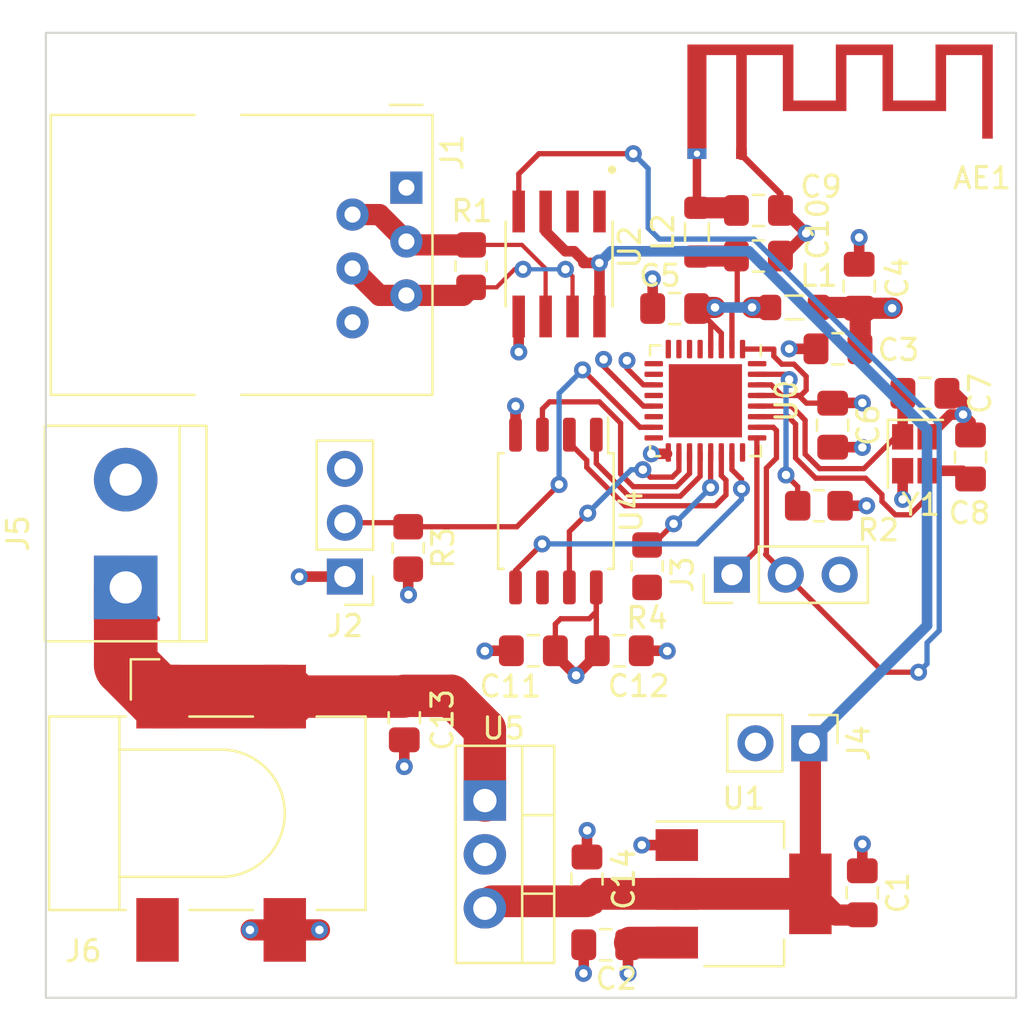
<source format=kicad_pcb>
(kicad_pcb (version 20201220) (generator pcbnew)
  (layers (0 "F.Cu" signal) (1 "In1.Cu" power) (2 "In2.Cu" power) (31 "B.Cu" signal) (34 "B.Paste" user) (35 "F.Paste" user) (36 "B.SilkS" user "B.Silkscreen") (37 "F.SilkS" user "F.Silkscreen") (38 "B.Mask" user) (39 "F.Mask" user) (44 "Edge.Cuts" user))
  (net 0 "")
  (net 1 "GND")
  (net 2 "Net-(AE1-Pad2)")
  (net 3 "+3V3")
  (net 4 "+5V")
  (net 5 "MCU_VDD3P3")
  (net 6 "OSC_IN")
  (net 7 "OSC_OUT")
  (net 8 "ANTENNA")
  (net 9 "no_connect_32")
  (net 10 "no_connect_33")
  (net 11 "GPIO0")
  (net 12 "no_connect_34")
  (net 13 "no_connect_35")
  (net 14 "no_connect_36")
  (net 15 "+24V")
  (net 16 "Net-(R4-Pad1)")
  (net 17 "RS485+")
  (net 18 "RS485-")
  (net 19 "ROM_CLK")
  (net 20 "Net-(R2-Pad1)")
  (net 21 "MCU_TX")
  (net 22 "no_connect_23")
  (net 23 "MCU_RX")
  (net 24 "no_connect_24")
  (net 25 "ROM_DI")
  (net 26 "ROM_DO")
  (net 27 "ROM_CS")
  (net 28 "ROM_WP")
  (net 29 "ROM_RST")
  (net 30 "no_connect_30")
  (net 31 "no_connect_31")
  (net 32 "no_connect_25")
  (net 33 "no_connect_26")
  (net 34 "no_connect_27")
  (net 35 "no_connect_28")
  (net 36 "no_connect_29")
  (footprint "RF_Antenna:Texas_SWRA117D_2.4GHz_Right" (layer "F.Cu") (at 123.45 78.2)
    (fp_text reference "AE1")
    (fp_text value "Antenna_Loop")
  )
  (footprint "Capacitor_SMD:C_0805_2012Metric_Pad1.18x1.45mm_HandSolder" (layer "F.Cu") (at 129 84.45 90)
    (fp_text reference "C4")
    (fp_text value "0.1uF")
  )
  (footprint "Capacitor_SMD:C_0805_2012Metric_Pad1.18x1.45mm_HandSolder" (layer "F.Cu") (at 116.165 112.4 90)
    (fp_text reference "C14")
    (fp_text value "0.1uF")
  )
  (footprint "Capacitor_SMD:C_0805_2012Metric_Pad1.18x1.45mm_HandSolder" (layer "F.Cu") (at 117.686827 101.636827)
    (fp_text reference "C12")
    (fp_text value "100nF")
  )
  (footprint "Connector_PinHeader_2.54mm:PinHeader_1x03_P2.54mm_Vertical" (layer "F.Cu") (at 104.75 98.14 180)
    (fp_text reference "J2")
    (fp_text value "Conn_01x03_Male")
  )
  (footprint "Capacitor_SMD:C_0805_2012Metric_Pad1.18x1.45mm_HandSolder" (layer "F.Cu") (at 134.25 92.5 90)
    (fp_text reference "C8")
    (fp_text value "10pF")
  )
  (footprint "Capacitor_SMD:C_0805_2012Metric_Pad1.18x1.45mm_HandSolder" (layer "F.Cu") (at 128 87.4 180)
    (fp_text reference "C3")
    (fp_text value "10uF")
  )
  (footprint "Capacitor_SMD:C_0805_2012Metric_Pad1.18x1.45mm_HandSolder" (layer "F.Cu") (at 117.05 115.5 180)
    (fp_text reference "C2")
    (fp_text value "10uF")
  )
  (footprint "Package_TO_SOT_THT:TO-220-3_Vertical" (layer "F.Cu") (at 111.35 108.7 -90)
    (fp_text reference "U5")
    (fp_text value "LM7805_TO220")
  )
  (footprint "Connector_PinHeader_2.54mm:PinHeader_1x02_P2.54mm_Vertical" (layer "F.Cu") (at 126.65 106 -90)
    (fp_text reference "J4")
    (fp_text value "Conn_01x02_Male")
  )
  (footprint "TerminalBlock:TerminalBlock_bornier-2_P5.08mm" (layer "F.Cu") (at 94.415 98.65 90)
    (fp_text reference "J5")
    (fp_text value "Screw_Terminal_01x02")
  )
  (footprint "Capacitor_SMD:C_0805_2012Metric_Pad1.18x1.45mm_HandSolder" (layer "F.Cu") (at 127.75 91 -90)
    (fp_text reference "C6")
    (fp_text value "1uF")
  )
  (footprint "lib_kicad:SOIC127P600X175-8N" (layer "F.Cu") (at 114.85 83.4 -90)
    (fp_text reference "U2")
    (fp_text value "MAX485E")
  )
  (footprint "Resistor_SMD:R_0805_2012Metric_Pad1.20x1.40mm_HandSolder" (layer "F.Cu") (at 127.1 94.8)
    (fp_text reference "R2")
    (fp_text value "12k")
  )
  (footprint "Crystal:Crystal_SMD_EuroQuartz_X22-4Pin_2.5x2.0mm" (layer "F.Cu") (at 131.65 92.35 -90)
    (fp_text reference "Y1")
    (fp_text value "24Mhz±10ppm")
  )
  (footprint "Package_TO_SOT_SMD:SOT-223-3_TabPin2" (layer "F.Cu") (at 123.55 113.1)
    (fp_text reference "U1")
    (fp_text value "AMS1117-3.3")
  )
  (footprint "Capacitor_SMD:C_0805_2012Metric_Pad1.18x1.45mm_HandSolder" (layer "F.Cu") (at 132.1 89.5)
    (fp_text reference "C7")
    (fp_text value "10pF")
  )
  (footprint "Capacitor_SMD:C_0805_2012Metric_Pad1.18x1.45mm_HandSolder" (layer "F.Cu") (at 107.55 104.8 90)
    (fp_text reference "C13")
    (fp_text value "0.33uF")
  )
  (footprint "Package_SO:SOIC-8_5.23x5.23mm_P1.27mm" (layer "F.Cu") (at 114.7 95.05 -90)
    (fp_text reference "U4")
    (fp_text value "W25Q32JVSS")
  )
  (footprint "Inductor_SMD:L_0805_2012Metric_Pad1.05x1.20mm_HandSolder" (layer "F.Cu") (at 125.95 85.45 180)
    (fp_text reference "L1")
    (fp_text value "4.3nH")
  )
  (footprint "Connector_BarrelJack:BarrelJack_CLIFF_FC681465S_SMT_Horizontal" (layer "F.Cu") (at 98.915 109.3)
    (fp_text reference "J6")
    (fp_text value "Barrel_Jack")
  )
  (footprint "Package_DFN_QFN:QFN-32-1EP_5x5mm_P0.5mm_EP3.45x3.45mm" (layer "F.Cu") (at 121.75 89.85 -90)
    (fp_text reference "U0")
    (fp_text value "ESP8266EX")
  )
  (footprint "Resistor_SMD:R_0805_2012Metric_Pad1.20x1.40mm_HandSolder" (layer "F.Cu") (at 110.7 83.5 90)
    (fp_text reference "R1")
    (fp_text value "120")
  )
  (footprint "Connector_PinHeader_2.54mm:PinHeader_1x03_P2.54mm_Vertical" (layer "F.Cu") (at 123 98.05 90)
    (fp_text reference "J3")
    (fp_text value "Conn_01x03_Male")
  )
  (footprint "Capacitor_SMD:C_0805_2012Metric_Pad1.18x1.45mm_HandSolder" (layer "F.Cu") (at 113.636827 101.636827 180)
    (fp_text reference "C11")
    (fp_text value "1uF")
  )
  (footprint "Resistor_SMD:R_0805_2012Metric_Pad1.20x1.40mm_HandSolder" (layer "F.Cu") (at 107.735 96.79 -90)
    (fp_text reference "R3")
    (fp_text value "1k")
  )
  (footprint "Resistor_SMD:R_0805_2012Metric_Pad1.20x1.40mm_HandSolder" (layer "F.Cu") (at 119 97.65 90)
    (fp_text reference "R4")
    (fp_text value "200")
  )
  (footprint "Capacitor_SMD:C_0805_2012Metric_Pad1.18x1.45mm_HandSolder" (layer "F.Cu") (at 124.25 83.025)
    (fp_text reference "C10")
    (fp_text value "3pF")
  )
  (footprint "Inductor_SMD:L_0805_2012Metric_Pad1.05x1.20mm_HandSolder" (layer "F.Cu") (at 121.35 81.9 -90)
    (fp_text reference "L2")
    (fp_text value "2.2nH")
  )
  (footprint "Connector_RJ:RJ12_Amphenol_54601" (layer "F.Cu") (at 107.65 79.8 -90)
    (fp_text reference "J1")
    (fp_text value "RJ12")
  )
  (footprint "Capacitor_SMD:C_0805_2012Metric_Pad1.18x1.45mm_HandSolder" (layer "F.Cu") (at 120.3 85.5 180)
    (fp_text reference "C5")
    (fp_text value "1uF")
  )
  (footprint "Capacitor_SMD:C_0805_2012Metric_Pad1.18x1.45mm_HandSolder" (layer "F.Cu") (at 124.25 80.875)
    (fp_text reference "C9")
    (fp_text value "2.4pF")
  )
  (footprint "Capacitor_SMD:C_0805_2012Metric_Pad1.18x1.45mm_HandSolder" (layer "F.Cu") (at 129.1475 113.05 -90)
    (fp_text reference "C1")
    (fp_text value "10uF")
  )
  (gr_rect (start 136.4 118) (end 90.65 72.5) (layer "Edge.Cuts") (width 0.1) (fill none))
  (segment (start 112.599327 101.636827) (end 111.363173 101.636827) (width 0.5) (layer "F.Cu") (net 1))
  (segment (start 112.795 90.105) (end 112.8 90.1) (width 0.25) (layer "F.Cu") (net 1))
  (segment (start 111.363173 101.636827) (end 111.35 101.65) (width 0.25) (layer "F.Cu") (net 1))
  (segment (start 129.1475 112.0125) (end 129.1475 110.7525) (width 0.5) (layer "F.Cu") (net 1))
  (segment (start 116.95 88.223038) (end 116.95 87.9) (width 0.25) (layer "F.Cu") (net 1))
  (segment (start 118.826962 90.1) (end 116.95 88.223038) (width 0.25) (layer "F.Cu") (net 1))
  (segment (start 125.425 80.875) (end 126.5 81.95) (width 0.5) (layer "F.Cu") (net 1))
  (segment (start 125.425 83.025) (end 126.5 81.95) (width 0.5) (layer "F.Cu") (net 1))
  (segment (start 119.3125 90.1) (end 118.826962 90.1) (width 0.25) (layer "F.Cu") (net 1))
  (segment (start 116.0125 116.8375) (end 116 116.85) (width 0.25) (layer "F.Cu") (net 1))
  (segment (start 120.4 110.8) (end 118.75 110.8) (width 0.5) (layer "F.Cu") (net 1))
  (segment (start 107.55 107.1) (end 107.55 105.8375) (width 0.5) (layer "F.Cu") (net 1))
  (segment (start 127.8375 92.0375) (end 127.85 92.05) (width 0.25) (layer "F.Cu") (net 1))
  (segment (start 103.55 114.8) (end 101.915 114.8) (width 1) (layer "F.Cu") (net 1))
  (segment (start 132.25 91.55) (end 132.6 91.55) (width 0.25) (layer "F.Cu") (net 1))
  (segment (start 112.795 91.45) (end 112.795 90.105) (width 0.5) (layer "F.Cu") (net 1))
  (segment (start 116.0125 115.5) (end 116.0125 116.8375) (width 0.5) (layer "F.Cu") (net 1))
  (segment (start 127.75 92.0375) (end 129.1375 92.0375) (width 0.5) (layer "F.Cu") (net 1))
  (segment (start 134.25 90.85) (end 133.9 90.5) (width 0.5) (layer "F.Cu") (net 1))
  (segment (start 133.3 90.5) (end 132.25 91.55) (width 0.5) (layer "F.Cu") (net 1))
  (segment (start 133.55 89.5) (end 133.9 89.85) (width 0.5) (layer "F.Cu") (net 1))
  (segment (start 125.2875 83.025) (end 125.425 83.025) (width 0.25) (layer "F.Cu") (net 1))
  (segment (start 119.936827 101.636827) (end 119.95 101.65) (width 0.25) (layer "F.Cu") (net 1))
  (segment (start 123.45 78.25) (end 125.2875 80.0875) (width 0.3) (layer "F.Cu") (net 1))
  (segment (start 118.724327 101.636827) (end 119.936827 101.636827) (width 0.5) (layer "F.Cu") (net 1))
  (segment (start 133.9 90.5) (end 133.3 90.5) (width 0.5) (layer "F.Cu") (net 1))
  (segment (start 123.45 78.2) (end 123.45 78.25) (width 0.5) (layer "F.Cu") (net 1))
  (segment (start 134.25 91.4625) (end 134.25 90.85) (width 0.5) (layer "F.Cu") (net 1))
  (segment (start 101.915 114.8) (end 100.332358 114.8) (width 1) (layer "F.Cu") (net 1))
  (segment (start 131.05 93.15) (end 131.05 94.5) (width 0.5) (layer "F.Cu") (net 1))
  (segment (start 112.945 87.545) (end 112.95 87.55) (width 0.25) (layer "F.Cu") (net 1))
  (segment (start 126.9625 87.4) (end 125.7 87.4) (width 0.5) (layer "F.Cu") (net 1))
  (segment (start 133.9 89.85) (end 133.9 90.5) (width 0.5) (layer "F.Cu") (net 1))
  (segment (start 129.1475 110.7525) (end 129.15 110.75) (width 0.25) (layer "F.Cu") (net 1))
  (segment (start 125.2875 80.875) (end 125.425 80.875) (width 0.25) (layer "F.Cu") (net 1))
  (segment (start 116.165 110.120082) (end 116.174082 110.111) (width 0.25) (layer "F.Cu") (net 1))
  (segment (start 119.2625 85.5) (end 119.2625 84.1125) (width 0.5) (layer "F.Cu") (net 1))
  (segment (start 129 83.4125) (end 129 82.15) (width 0.5) (layer "F.Cu") (net 1))
  (segment (start 112.945 85.875) (end 112.945 87.545) (width 0.5) (layer "F.Cu") (net 1))
  (segment (start 129.35 94.8) (end 128.1 94.8) (width 0.5) (layer "F.Cu") (net 1))
  (segment (start 133.1375 89.5) (end 133.55 89.5) (width 0.25) (layer "F.Cu") (net 1))
  (segment (start 125.2875 80.0875) (end 125.2875 80.875) (width 0.3) (layer "F.Cu") (net 1))
  (segment (start 119.2625 84.1125) (end 119.25 84.1) (width 0.25) (layer "F.Cu") (net 1))
  (segment (start 116.165 111.3625) (end 116.165 110.120082) (width 0.5) (layer "F.Cu") (net 1))
  (via (at 100.272202 114.8) (size 0.8) (drill 0.4) (layers "F.Cu" "B.Cu") (net 1))
  (via (at 112.95 87.55) (size 0.8) (drill 0.4) (layers "F.Cu" "B.Cu") (net 1))
  (via (at 133.9 90.5) (size 0.8) (drill 0.4) (layers "F.Cu" "B.Cu") (net 1))
  (via (at 116.95 87.9) (size 0.8) (drill 0.4) (layers "F.Cu" "B.Cu") (net 1))
  (via (at 119.25 84.1) (size 0.8) (drill 0.4) (layers "F.Cu" "B.Cu") (net 1))
  (via (at 116 116.85) (size 0.8) (drill 0.4) (layers "F.Cu" "B.Cu") (net 1))
  (via (at 119.95 101.65) (size 0.8) (drill 0.4) (layers "F.Cu" "B.Cu") (net 1))
  (via (at 126.5 81.95) (size 0.8) (drill 0.4) (layers "F.Cu" "B.Cu") (net 1))
  (via (at 125.7 87.4) (size 0.8) (drill 0.4) (layers "F.Cu" "B.Cu") (net 1))
  (via (at 129.35 94.8) (size 0.8) (drill 0.4) (layers "F.Cu" "B.Cu") (net 1))
  (via (at 118.75 110.8) (size 0.8) (drill 0.4) (layers "F.Cu" "B.Cu") (net 1))
  (via (at 107.55 107.1) (size 0.8) (drill 0.4) (layers "F.Cu" "B.Cu") (net 1))
  (via (at 116.174082 110.111) (size 0.8) (drill 0.4) (layers "F.Cu" "B.Cu") (net 1))
  (via (at 129 82.15) (size 0.8) (drill 0.4) (layers "F.Cu" "B.Cu") (net 1))
  (via (at 129.15 92.05) (size 0.8) (drill 0.4) (layers "F.Cu" "B.Cu") (net 1))
  (via (at 112.8 90.1) (size 0.8) (drill 0.4) (layers "F.Cu" "B.Cu") (net 1))
  (via (at 131.05 94.5) (size 0.8) (drill 0.4) (layers "F.Cu" "B.Cu") (net 1))
  (via (at 129.15 110.75) (size 0.8) (drill 0.4) (layers "F.Cu" "B.Cu") (net 1))
  (via (at 103.55 114.8) (size 0.8) (drill 0.4) (layers "F.Cu" "B.Cu") (net 1))
  (via (at 111.35 101.65) (size 0.8) (drill 0.4) (layers "F.Cu" "B.Cu") (net 1))
  (segment (start 123.0875 80.75) (end 121.35 80.75) (width 1) (layer "F.Cu") (net 2))
  (segment (start 121.55 80.875) (end 121.35 80.675) (width 0.25) (layer "F.Cu") (net 2))
  (segment (start 123.2125 80.875) (end 123.0875 80.75) (width 1) (layer "F.Cu") (net 2))
  (segment (start 121.35 80.75) (end 121.35 78.2) (width 0.4) (layer "F.Cu") (net 2))
  (segment (start 102.6 98.15) (end 102.61 98.14) (width 0.25) (layer "F.Cu") (net 3))
  (segment (start 130.554779 85.4875) (end 129 85.4875) (width 1) (layer "F.Cu") (net 3))
  (segment (start 127.75 89.9625) (end 126.5125 89.9625) (width 0.25) (layer "F.Cu") (net 3))
  (segment (start 118.1875 115.4) (end 118.0875 115.5) (width 0.25) (layer "F.Cu") (net 3))
  (segment (start 124.974989 87.4125) (end 124.974989 87.748006) (width 0.25) (layer "F.Cu") (net 3))
  (segment (start 126.5 88.7) (end 126.5 89.35) (width 0.25) (layer "F.Cu") (net 3))
  (segment (start 118.1 116.85) (end 118.1 115.5125) (width 0.5) (layer "F.Cu") (net 3))
  (segment (start 107.735 97.79) (end 107.735 98.985) (width 0.5) (layer "F.Cu") (net 3))
  (segment (start 114.674327 101.636827) (end 114.674327 100.375673) (width 0.25) (layer "F.Cu") (net 3))
  (segment (start 116.604715 101.592215) (end 116.604715 100.156631) (width 0.25) (layer "F.Cu") (net 3))
  (segment (start 114.674327 100.375673) (end 114.9225 100.1275) (width 0.25) (layer "F.Cu") (net 3))
  (segment (start 126.5 89.35) (end 126.2 89.65) (width 0.25) (layer "F.Cu") (net 3))
  (segment (start 130.555197 85.487918) (end 130.554779 85.4875) (width 1) (layer "F.Cu") (net 3))
  (segment (start 119.9375 92.35) (end 120 92.2875) (width 0.25) (layer "F.Cu") (net 3))
  (segment (start 125.35 89.6) (end 124.975 89.225) (width 0.25) (layer "F.Cu") (net 3))
  (segment (start 118.826962 89.1) (end 118.05 88.323038) (width 0.25) (layer "F.Cu") (net 3))
  (segment (start 125.35 89.6) (end 124.1875 89.6) (width 0.25) (layer "F.Cu") (net 3))
  (segment (start 125.351994 88.125011) (end 125.925011 88.125011) (width 0.25) (layer "F.Cu") (net 3))
  (segment (start 116.605 100.156346) (end 116.605 98.65) (width 0.25) (layer "F.Cu") (net 3))
  (segment (start 114.674327 101.636827) (end 114.674327 101.824327) (width 0.25) (layer "F.Cu") (net 3))
  (segment (start 114.9225 100.1275) (end 116.2725 100.1275) (width 0.25) (layer "F.Cu") (net 3))
  (segment (start 116.649327 101.636827) (end 116.649327 101.800673) (width 0.25) (layer "F.Cu") (net 3))
  (segment (start 123.5 87.4125) (end 124.974989 87.4125) (width 0.25) (layer "F.Cu") (net 3))
  (segment (start 129.15 89.95) (end 127.7625 89.95) (width 0.5) (layer "F.Cu") (net 3))
  (segment (start 116.2725 100.1275) (end 116.605 99.795) (width 0.25) (layer "F.Cu") (net 3))
  (segment (start 107.735 98.985) (end 107.75 99) (width 0.25) (layer "F.Cu") (net 3))
  (segment (start 102.61 98.14) (end 104.75 98.14) (width 0.5) (layer "F.Cu") (net 3))
  (segment (start 129.05 87.3875) (end 129.0375 87.4) (width 0.25) (layer "F.Cu") (net 3))
  (segment (start 120.4 115.4) (end 118.1875 115.4) (width 1.5) (layer "F.Cu") (net 3))
  (segment (start 124.85 89.1) (end 124.1875 89.1) (width 0.25) (layer "F.Cu") (net 3))
  (segment (start 124.975 89.225) (end 124.85 89.1) (width 0.25) (layer "F.Cu") (net 3))
  (segment (start 125.925011 88.125011) (end 126.5 88.7) (width 0.25) (layer "F.Cu") (net 3))
  (segment (start 116.649327 101.800673) (end 115.65 102.8) (width 0.5) (layer "F.Cu") (net 3))
  (segment (start 119.3125 89.1) (end 118.826962 89.1) (width 0.25) (layer "F.Cu") (net 3))
  (segment (start 114.674327 101.824327) (end 115.65 102.8) (width 0.5) (layer "F.Cu") (net 3))
  (segment (start 126.15 89.6) (end 125.35 89.6) (width 0.25) (layer "F.Cu") (net 3))
  (segment (start 128.9625 85.45) (end 129 85.4875) (width 0.25) (layer "F.Cu") (net 3))
  (segment (start 129.05 85.7375) (end 129.05 87.3875) (width 1) (layer "F.Cu") (net 3))
  (segment (start 127.1 85.45) (end 128.9625 85.45) (width 1) (layer "F.Cu") (net 3))
  (segment (start 118.05 88.323038) (end 118.05 87.95) (width 0.25) (layer "F.Cu") (net 3))
  (segment (start 116.605 99.795) (end 116.605 98.65) (width 0.25) (layer "F.Cu") (net 3))
  (segment (start 116.649327 101.636827) (end 116.604715 101.592215) (width 0.25) (layer "F.Cu") (net 3))
  (segment (start 116.604715 100.156631) (end 116.605 100.156346) (width 0.25) (layer "F.Cu") (net 3))
  (segment (start 118.1 115.5125) (end 118.0875 115.5) (width 0.25) (layer "F.Cu") (net 3))
  (segment (start 129.3 85.4875) (end 129.05 85.7375) (width 0.25) (layer "F.Cu") (net 3))
  (segment (start 129.3625 85.85) (end 129 85.4875) (width 0.25) (layer "F.Cu") (net 3))
  (segment (start 119.2 92.35) (end 119.9375 92.35) (width 0.5) (layer "F.Cu") (net 3))
  (segment (start 127.7625 89.95) (end 127.75 89.9625) (width 0.25) (layer "F.Cu") (net 3))
  (segment (start 124.974989 87.748006) (end 125.351994 88.125011) (width 0.25) (layer "F.Cu") (net 3))
  (segment (start 126.5125 89.9625) (end 126.15 89.6) (width 0.25) (layer "F.Cu") (net 3))
  (via (at 130.555197 85.487918) (size 0.8) (drill 0.4) (layers "F.Cu" "B.Cu") (net 3))
  (via (at 119.2 92.35) (size 0.8) (drill 0.4) (layers "F.Cu" "B.Cu") (net 3))
  (via (at 102.6 98.15) (size 0.8) (drill 0.4) (layers "F.Cu" "B.Cu") (net 3))
  (via (at 107.75 99) (size 0.8) (drill 0.4) (layers "F.Cu" "B.Cu") (net 3))
  (via (at 118.1 116.85) (size 0.8) (drill 0.4) (layers "F.Cu" "B.Cu") (net 3))
  (via (at 118.05 87.95) (size 0.8) (drill 0.4) (layers "F.Cu" "B.Cu") (net 3))
  (via (at 115.65 102.8) (size 0.8) (drill 0.4) (layers "F.Cu" "B.Cu") (net 3))
  (via (at 129.15 89.95) (size 0.8) (drill 0.4) (layers "F.Cu" "B.Cu") (net 3))
  (segment (start 116.1525 113.45) (end 116.165 113.4375) (width 1) (layer "F.Cu") (net 4))
  (segment (start 114.215 81.865) (end 114.215 81.39465) (width 0.5) (layer "F.Cu") (net 4))
  (segment (start 129.135 114.1) (end 129.1475 114.0875) (width 0.25) (layer "F.Cu") (net 4))
  (segment (start 111.68 113.45) (end 116.1525 113.45) (width 1.5) (layer "F.Cu") (net 4))
  (segment (start 126.7 106.05) (end 126.65 106) (width 0.25) (layer "F.Cu") (net 4))
  (segment (start 116.000011 83.241994) (end 115.558006 82.799989) (width 0.5) (layer "F.Cu") (net 4))
  (segment (start 116.75 83.35) (end 116.000011 83.35) (width 0.5) (layer "F.Cu") (net 4))
  (segment (start 116.165 113.4375) (end 116.5025 113.1) (width 1.5) (layer "F.Cu") (net 4))
  (segment (start 126.7 113.1) (end 126.9 113.1) (width 0.25) (layer "F.Cu") (net 4))
  (segment (start 115.558006 82.799989) (end 115.149989 82.799989) (width 0.5) (layer "F.Cu") (net 4))
  (segment (start 111.35 113.78) (end 111.68 113.45) (width 1) (layer "F.Cu") (net 4))
  (segment (start 115.149989 82.799989) (end 114.215 81.865) (width 0.5) (layer "F.Cu") (net 4))
  (segment (start 126.9 113.1) (end 127.9 114.1) (width 1) (layer "F.Cu") (net 4))
  (segment (start 116.000011 83.35) (end 116.000011 83.241994) (width 0.5) (layer "F.Cu") (net 4))
  (segment (start 114.215 81.39465) (end 114.215 80.925) (width 0.25) (layer "F.Cu") (net 4))
  (segment (start 120.0625 113.4375) (end 120.4 113.1) (width 0.25) (layer "F.Cu") (net 4))
  (segment (start 115.8225 113.78) (end 116.165 113.4375) (width 0.25) (layer "F.Cu") (net 4))
  (segment (start 116.755 83.355) (end 116.755 85.875) (width 0.5) (layer "F.Cu") (net 4))
  (segment (start 120.4 113.1) (end 126.7 113.1) (width 1.5) (layer "F.Cu") (net 4))
  (segment (start 127.9 114.1) (end 129.135 114.1) (width 1) (layer "F.Cu") (net 4))
  (segment (start 116.5025 113.1) (end 120.4 113.1) (width 1.5) (layer "F.Cu") (net 4))
  (segment (start 116.75 83.35) (end 116.755 83.355) (width 0.25) (layer "F.Cu") (net 4))
  (segment (start 126.7 113.1) (end 126.7 106.05) (width 1) (layer "F.Cu") (net 4))
  (via (at 116.75 83.35) (size 0.8) (drill 0.4) (layers "F.Cu" "B.Cu") (net 4))
  (segment (start 116.75 83.35) (end 117.3 82.8) (width 0.5) (layer "B.Cu") (net 4))
  (segment (start 131.775011 100.874989) (end 126.65 106) (width 0.5) (layer "B.Cu") (net 4))
  (segment (start 117.3 82.8) (end 123.8 82.8) (width 0.5) (layer "B.Cu") (net 4))
  (segment (start 123.8 82.8) (end 132.2 91.2) (width 0.5) (layer "B.Cu") (net 4))
  (segment (start 132.2 91.2) (end 132.2 100.45) (width 0.5) (layer "B.Cu") (net 4))
  (segment (start 132.2 100.45) (end 131.775011 100.874989) (width 0.5) (layer "B.Cu") (net 4))
  (segment (start 122.5 86.85) (end 122.5 87.4125) (width 0.25) (layer "F.Cu") (net 5))
  (segment (start 121.3875 85.45) (end 121.3375 85.5) (width 0.25) (layer "F.Cu") (net 5))
  (segment (start 122.2 85.45) (end 121.3875 85.45) (width 1) (layer "F.Cu") (net 5))
  (segment (start 122 86.1625) (end 122 87.4125) (width 0.25) (layer "F.Cu") (net 5))
  (segment (start 121.3375 85.5) (end 122.5 86.6625) (width 0.25) (layer "F.Cu") (net 5))
  (segment (start 123.95 85.45) (end 124.8 85.45) (width 1) (layer "F.Cu") (net 5))
  (segment (start 121.3375 85.5) (end 122 86.1625) (width 0.25) (layer "F.Cu") (net 5))
  (segment (start 122.5 86.6625) (end 122.5 87.4125) (width 0.25) (layer "F.Cu") (net 5))
  (via (at 123.95 85.45) (size 0.8) (drill 0.4) (layers "F.Cu" "B.Cu") (net 5))
  (via (at 122.2 85.45) (size 0.8) (drill 0.4) (layers "F.Cu" "B.Cu") (net 5))
  (segment (start 122.2 85.45) (end 123.95 85.45) (width 0.5) (layer "B.Cu") (net 5))
  (segment (start 126.45002 92.363222) (end 126.45002 90.763596) (width 0.25) (layer "F.Cu") (net 6))
  (segment (start 131.05 89.5125) (end 131.0625 89.5) (width 0.25) (layer "F.Cu") (net 6))
  (segment (start 126.45002 90.763596) (end 126.3 90.613576) (width 0.25) (layer "F.Cu") (net 6))
  (segment (start 129.223017 93.05) (end 127.136798 93.05) (width 0.25) (layer "F.Cu") (net 6))
  (segment (start 125.8 90.1) (end 124.1875 90.1) (width 0.25) (layer "F.Cu") (net 6))
  (segment (start 126.3 90.6) (end 125.8 90.1) (width 0.25) (layer "F.Cu") (net 6))
  (segment (start 127.136798 93.05) (end 126.45002 92.363222) (width 0.25) (layer "F.Cu") (net 6))
  (segment (start 126.3 90.613576) (end 126.3 90.6) (width 0.25) (layer "F.Cu") (net 6))
  (segment (start 131.05 91.55) (end 130.723017 91.55) (width 0.25) (layer "F.Cu") (net 6))
  (segment (start 131.05 91.55) (end 131.05 89.5125) (width 0.5) (layer "F.Cu") (net 6))
  (segment (start 130.723017 91.55) (end 129.223017 93.05) (width 0.25) (layer "F.Cu") (net 6))
  (segment (start 130.701994 95.225011) (end 130.075011 94.598028) (width 0.25) (layer "F.Cu") (net 7))
  (segment (start 126 92.549626) (end 126 90.95) (width 0.25) (layer "F.Cu") (net 7))
  (segment (start 133.8625 93.15) (end 134.25 93.5375) (width 0.5) (layer "F.Cu") (net 7))
  (segment (start 132.25 94.373017) (end 131.398006 95.225011) (width 0.25) (layer "F.Cu") (net 7))
  (segment (start 132.25 93.15) (end 132.25 94.373017) (width 0.25) (layer "F.Cu") (net 7))
  (segment (start 126 90.95) (end 125.65 90.6) (width 0.25) (layer "F.Cu") (net 7))
  (segment (start 126.950393 93.500019) (end 126 92.549626) (width 0.25) (layer "F.Cu") (net 7))
  (segment (start 129.30002 93.50002) (end 126.950393 93.500019) (width 0.25) (layer "F.Cu") (net 7))
  (segment (start 131.398006 95.225011) (end 130.701994 95.225011) (width 0.25) (layer "F.Cu") (net 7))
  (segment (start 130.075011 94.275011) (end 129.30002 93.50002) (width 0.25) (layer "F.Cu") (net 7))
  (segment (start 132.25 93.15) (end 133.8625 93.15) (width 0.5) (layer "F.Cu") (net 7))
  (segment (start 130.075011 94.598028) (end 130.075011 94.275011) (width 0.25) (layer "F.Cu") (net 7))
  (segment (start 125.65 90.6) (end 124.1875 90.6) (width 0.25) (layer "F.Cu") (net 7))
  (segment (start 123.25 83.0625) (end 123.2125 83.025) (width 0.25) (layer "F.Cu") (net 8))
  (segment (start 123 87.4125) (end 123 85.5) (width 0.25) (layer "F.Cu") (net 8))
  (segment (start 123 85.5) (end 123.25 85.25) (width 0.25) (layer "F.Cu") (net 8))
  (segment (start 123.2125 83.025) (end 121.4 83.025) (width 1) (layer "F.Cu") (net 8))
  (segment (start 123.25 85.25) (end 123.25 83.0625) (width 0.25) (layer "F.Cu") (net 8))
  (segment (start 104.75 95.6) (end 107.545 95.6) (width 0.25) (layer "F.Cu") (net 11))
  (segment (start 107.545 95.6) (end 107.735 95.79) (width 0.25) (layer "F.Cu") (net 11))
  (segment (start 118.662187 91.1) (end 119.3125 91.1) (width 0.25) (layer "F.Cu") (net 11))
  (segment (start 107.735 95.79) (end 112.86 95.79) (width 0.25) (layer "F.Cu") (net 11))
  (segment (start 115.955537 88.39335) (end 118.662187 91.1) (width 0.25) (layer "F.Cu") (net 11))
  (segment (start 112.86 95.79) (end 114.85 93.8) (width 0.25) (layer "F.Cu") (net 11))
  (via (at 114.85 93.8) (size 0.8) (drill 0.4) (layers "F.Cu" "B.Cu") (net 11))
  (via (at 115.955537 88.39335) (size 0.8) (drill 0.4) (layers "F.Cu" "B.Cu") (net 11))
  (segment (start 114.85 89.498887) (end 115.955537 88.39335) (width 0.25) (layer "B.Cu") (net 11))
  (segment (start 114.85 93.8) (end 114.85 89.498887) (width 0.25) (layer "B.Cu") (net 11))
  (segment (start 94.415 102.3) (end 94.415 98.65) (width 3) (layer "F.Cu") (net 15))
  (segment (start 111.35 105.35) (end 111.35 108.7) (width 2) (layer "F.Cu") (net 15))
  (segment (start 107.55 103.7625) (end 109.7625 103.7625) (width 2) (layer "F.Cu") (net 15))
  (segment (start 109.7625 103.7625) (end 111.35 105.35) (width 2) (layer "F.Cu") (net 15))
  (segment (start 101.915 103.8) (end 107.5125 103.8) (width 2) (layer "F.Cu") (net 15))
  (segment (start 95.915 100.15) (end 94.415 98.65) (width 0.25) (layer "F.Cu") (net 15))
  (segment (start 95.915 103.8) (end 101.915 103.8) (width 3) (layer "F.Cu") (net 15))
  (segment (start 107.5125 103.8) (end 107.55 103.7625) (width 0.25) (layer "F.Cu") (net 15))
  (segment (start 95.915 103.8) (end 94.415 102.3) (width 3) (layer "F.Cu") (net 15))
  (segment (start 114.215 85.875) (end 114.215 83.615) (width 0.2) (layer "F.Cu") (net 17))
  (segment (start 110.7 82.5) (end 107.81 82.5) (width 1) (layer "F.Cu") (net 17))
  (segment (start 113.1 82.5) (end 110.7 82.5) (width 0.2) (layer "F.Cu") (net 17))
  (segment (start 107.65 82.34) (end 106.38 81.07) (width 1) (layer "F.Cu") (net 17))
  (segment (start 106.38 81.07) (end 105.11 81.07) (width 1) (layer "F.Cu") (net 17))
  (segment (start 114.215 83.615) (end 113.1 82.5) (width 0.2) (layer "F.Cu") (net 17))
  (segment (start 107.81 82.5) (end 107.65 82.34) (width 0.2) (layer "F.Cu") (net 17))
  (segment (start 115.485 85.875) (end 115.485 85.369996) (width 0.2) (layer "F.Cu") (net 18))
  (segment (start 113.15 83.65) (end 112.75 83.65) (width 0.2) (layer "F.Cu") (net 18))
  (segment (start 112.75 83.65) (end 111.9 84.5) (width 0.2) (layer "F.Cu") (net 18))
  (segment (start 115.483921 83.983921) (end 115.15 83.65) (width 0.2) (layer "F.Cu") (net 18))
  (segment (start 108.03 84.5) (end 107.65 84.88) (width 0.2) (layer "F.Cu") (net 18))
  (segment (start 115.483921 85.368917) (end 115.483921 83.983921) (width 0.2) (layer "F.Cu") (net 18))
  (segment (start 111.9 84.5) (end 110.7 84.5) (width 0.2) (layer "F.Cu") (net 18))
  (segment (start 115.485 85.369996) (end 115.483921 85.368917) (width 0.2) (layer "F.Cu") (net 18))
  (segment (start 107.65 84.88) (end 106.38 84.88) (width 1) (layer "F.Cu") (net 18))
  (segment (start 106.38 84.88) (end 105.11 83.61) (width 1) (layer "F.Cu") (net 18))
  (segment (start 110.7 84.5) (end 110.32 84.88) (width 1) (layer "F.Cu") (net 18))
  (segment (start 110.32 84.88) (end 107.65 84.88) (width 1) (layer "F.Cu") (net 18))
  (via (at 113.15 83.65) (size 0.8) (drill 0.4) (layers "F.Cu" "B.Cu") (net 18))
  (via (at 115.15 83.65) (size 0.8) (drill 0.4) (layers "F.Cu" "B.Cu") (net 18))
  (segment (start 113.15 83.65) (end 115.15 83.65) (width 0.2) (layer "B.Cu") (net 18))
  (segment (start 121.994441 93.944441) (end 121.994441 92.293059) (width 0.25) (layer "F.Cu") (net 19))
  (segment (start 119.25 96.65) (end 120.25 95.65) (width 0.25) (layer "F.Cu") (net 19))
  (segment (start 121.994441 92.293059) (end 122 92.2875) (width 0.25) (layer "F.Cu") (net 19))
  (segment (start 119 96.65) (end 119.25 96.65) (width 0.25) (layer "F.Cu") (net 19))
  (via (at 120.25 95.65) (size 0.8) (drill 0.4) (layers "F.Cu" "B.Cu") (net 19))
  (via (at 121.994441 93.944441) (size 0.8) (drill 0.4) (layers "F.Cu" "B.Cu") (net 19))
  (segment (start 120.25 95.65) (end 120.288882 95.65) (width 0.25) (layer "B.Cu") (net 19))
  (segment (start 120.288882 95.65) (end 121.994441 93.944441) (width 0.25) (layer "B.Cu") (net 19))
  (segment (start 125.45 88.6) (end 124.1875 88.6) (width 0.25) (layer "F.Cu") (net 20))
  (segment (start 125.7 88.85) (end 125.45 88.6) (width 0.25) (layer "F.Cu") (net 20))
  (segment (start 126.1 94.8) (end 126.1 93.9) (width 0.25) (layer "F.Cu") (net 20))
  (segment (start 126.1 93.9) (end 125.55 93.35) (width 0.25) (layer "F.Cu") (net 20))
  (via (at 125.7 88.85) (size 0.8) (drill 0.4) (layers "F.Cu" "B.Cu") (net 20))
  (via (at 125.55 93.35) (size 0.8) (drill 0.4) (layers "F.Cu" "B.Cu") (net 20))
  (segment (start 125.55 89) (end 125.7 88.85) (width 0.25) (layer "B.Cu") (net 20))
  (segment (start 125.55 93.35) (end 125.55 89) (width 0.25) (layer "B.Cu") (net 20))
  (segment (start 124.673038 91.1) (end 124.1875 91.1) (width 0.25) (layer "F.Cu") (net 21))
  (segment (start 130.14 102.65) (end 125.54 98.05) (width 0.25) (layer "F.Cu") (net 21))
  (segment (start 113.9 78.2) (end 118.35 78.2) (width 0.25) (layer "F.Cu") (net 21))
  (segment (start 124.95 91.1) (end 124.673038 91.1) (width 0.25) (layer "F.Cu") (net 21))
  (segment (start 124.588212 97.098212) (end 124.625031 97.061393) (width 0.25) (layer "F.Cu") (net 21))
  (segment (start 125.1 91.25) (end 124.95 91.1) (width 0.25) (layer "F.Cu") (net 21))
  (segment (start 112.945 80.925) (end 112.945 80.455352) (width 0.25) (layer "F.Cu") (net 21))
  (segment (start 125.1 92.55) (end 125.1 91.25) (width 0.25) (layer "F.Cu") (net 21))
  (segment (start 112.945 80.455352) (end 112.95 80.450352) (width 0.25) (layer "F.Cu") (net 21))
  (segment (start 112.95 79.15) (end 113.9 78.2) (width 0.25) (layer "F.Cu") (net 21))
  (segment (start 124.625031 97.061393) (end 124.625031 93.024969) (width 0.25) (layer "F.Cu") (net 21))
  (segment (start 131.8 102.65) (end 130.14 102.65) (width 0.25) (layer "F.Cu") (net 21))
  (segment (start 125.54 98.05) (end 124.588212 97.098212) (width 0.25) (layer "F.Cu") (net 21))
  (segment (start 124.625031 93.024969) (end 125.1 92.55) (width 0.25) (layer "F.Cu") (net 21))
  (segment (start 112.95 80.450352) (end 112.95 79.15) (width 0.25) (layer "F.Cu") (net 21))
  (via (at 131.8 102.65) (size 0.8) (drill 0.4) (layers "F.Cu" "B.Cu") (net 21))
  (via (at 118.35 78.2) (size 0.8) (drill 0.4) (layers "F.Cu" "B.Cu") (net 21))
  (segment (start 132.77502 100.688181) (end 132.77502 90.961819) (width 0.25) (layer "B.Cu") (net 21))
  (segment (start 124.038181 82.224981) (end 119.574981 82.224981) (width 0.25) (layer "B.Cu") (net 21))
  (segment (start 119.05 78.9) (end 118.35 78.2) (width 0.25) (layer "B.Cu") (net 21))
  (segment (start 132.2 101.2632) (end 132.77502 100.688181) (width 0.25) (layer "B.Cu") (net 21))
  (segment (start 119.05 81.7) (end 119.05 78.9) (width 0.25) (layer "B.Cu") (net 21))
  (segment (start 132.77502 90.961819) (end 132.2 90.3868) (width 0.25) (layer "B.Cu") (net 21))
  (segment (start 132.2 90.3868) (end 124.038181 82.224981) (width 0.25) (layer "B.Cu") (net 21))
  (segment (start 131.8 102.65) (end 132.2 102.25) (width 0.25) (layer "B.Cu") (net 21))
  (segment (start 119.574981 82.224981) (end 119.05 81.7) (width 0.25) (layer "B.Cu") (net 21))
  (segment (start 132.2 102.25) (end 132.2 101.2632) (width 0.25) (layer "B.Cu") (net 21))
  (segment (start 123 98.05) (end 124.175011 96.874989) (width 0.25) (layer "F.Cu") (net 23))
  (segment (start 124.175011 91.612489) (end 124.1875 91.6) (width 0.25) (layer "F.Cu") (net 23))
  (segment (start 124.175011 96.874989) (end 124.175011 91.612489) (width 0.25) (layer "F.Cu") (net 23))
  (segment (start 123.45 94) (end 123.45 93.55) (width 0.25) (layer "F.Cu") (net 25))
  (segment (start 123 93.1) (end 123 92.2875) (width 0.25) (layer "F.Cu") (net 25))
  (segment (start 112.795 97.855) (end 114.05 96.6) (width 0.25) (layer "F.Cu") (net 25))
  (segment (start 123.45 93.55) (end 123 93.1) (width 0.25) (layer "F.Cu") (net 25))
  (segment (start 112.795 98.65) (end 112.795 97.855) (width 0.25) (layer "F.Cu") (net 25))
  (via (at 114.05 96.6) (size 0.8) (drill 0.4) (layers "F.Cu" "B.Cu") (net 25))
  (via (at 123.45 94) (size 0.8) (drill 0.4) (layers "F.Cu" "B.Cu") (net 25))
  (segment (start 123.45 94.5) (end 121.35 96.6) (width 0.25) (layer "B.Cu") (net 25))
  (segment (start 121.35 96.6) (end 114.05 96.6) (width 0.25) (layer "B.Cu") (net 25))
  (segment (start 123.45 94) (end 123.45 94.5) (width 0.25) (layer "B.Cu") (net 25))
  (segment (start 115.335 91.45) (end 115.335 91.835) (width 0.25) (layer "F.Cu") (net 26))
  (segment (start 122.719452 94.292447) (end 122.719452 93.596435) (width 0.25) (layer "F.Cu") (net 26))
  (segment (start 122.5 93.376983) (end 122.5 93.2) (width 0.25) (layer "F.Cu") (net 26))
  (segment (start 116.154981 92.991405) (end 117.963595 94.800019) (width 0.25) (layer "F.Cu") (net 26))
  (segment (start 122.719452 93.596435) (end 122.5 93.376983) (width 0.25) (layer "F.Cu") (net 26))
  (segment (start 122.5 93.2) (end 122.5 92.2875) (width 0.25) (layer "F.Cu") (net 26))
  (segment (start 117.963595 94.800019) (end 122.21188 94.800019) (width 0.25) (layer "F.Cu") (net 26))
  (segment (start 115.335 91.835) (end 116.15498 92.65498) (width 0.25) (layer "F.Cu") (net 26))
  (segment (start 116.15498 92.65498) (end 116.154981 92.991405) (width 0.25) (layer "F.Cu") (net 26))
  (segment (start 122.21188 94.800019) (end 122.719452 94.292447) (width 0.25) (layer "F.Cu") (net 26))
  (segment (start 118.15 94.35) (end 120.563576 94.35) (width 0.25) (layer "F.Cu") (net 27))
  (segment (start 116.605 92.805) (end 118.15 94.35) (width 0.25) (layer "F.Cu") (net 27))
  (segment (start 116.605 91.45) (end 116.605 92.805) (width 0.25) (layer "F.Cu") (net 27))
  (segment (start 121.5 93.413576) (end 121.5 92.2875) (width 0.25) (layer "F.Cu") (net 27))
  (segment (start 120.563576 94.35) (end 121.5 93.413576) (width 0.25) (layer "F.Cu") (net 27))
  (segment (start 116.75 89.9) (end 117.75 90.9) (width 0.25) (layer "F.Cu") (net 28))
  (segment (start 114.065 90.235) (end 114.4 89.9) (width 0.25) (layer "F.Cu") (net 28))
  (segment (start 121 93.277152) (end 121 92.2875) (width 0.25) (layer "F.Cu") (net 28))
  (segment (start 114.065 91.45) (end 114.065 90.235) (width 0.25) (layer "F.Cu") (net 28))
  (segment (start 114.4 89.9) (end 116.75 89.9) (width 0.25) (layer "F.Cu") (net 28))
  (segment (start 118.34998 93.89998) (end 120.377172 93.89998) (width 0.25) (layer "F.Cu") (net 28))
  (segment (start 117.75 93.3) (end 118.34998 93.89998) (width 0.25) (layer "F.Cu") (net 28))
  (segment (start 120.377172 93.89998) (end 121 93.277152) (width 0.25) (layer "F.Cu") (net 28))
  (segment (start 117.75 90.9) (end 117.75 93.3) (width 0.25) (layer "F.Cu") (net 28))
  (segment (start 118.8 93.1) (end 119.14996 93.44996) (width 0.25) (layer "F.Cu") (net 29))
  (segment (start 115.335 98.65) (end 115.335 96.015) (width 0.25) (layer "F.Cu") (net 29))
  (segment (start 120.5 93.140728) (end 120.5 92.2875) (width 0.25) (layer "F.Cu") (net 29))
  (segment (start 119.14996 93.44996) (end 120.190768 93.44996) (width 0.25) (layer "F.Cu") (net 29))
  (segment (start 115.335 96.015) (end 116.2 95.15) (width 0.25) (layer "F.Cu") (net 29))
  (segment (start 120.190768 93.44996) (end 120.5 93.140728) (width 0.25) (layer "F.Cu") (net 29))
  (via (at 118.8 93.1) (size 0.8) (drill 0.4) (layers "F.Cu" "B.Cu") (net 29))
  (via (at 116.2 95.15) (size 0.8) (drill 0.4) (layers "F.Cu" "B.Cu") (net 29))
  (segment (start 118.25 93.1) (end 118.8 93.1) (width 0.25) (layer "B.Cu") (net 29))
  (segment (start 116.2 95.15) (end 118.25 93.1) (width 0.25) (layer "B.Cu") (net 29))
)
</source>
